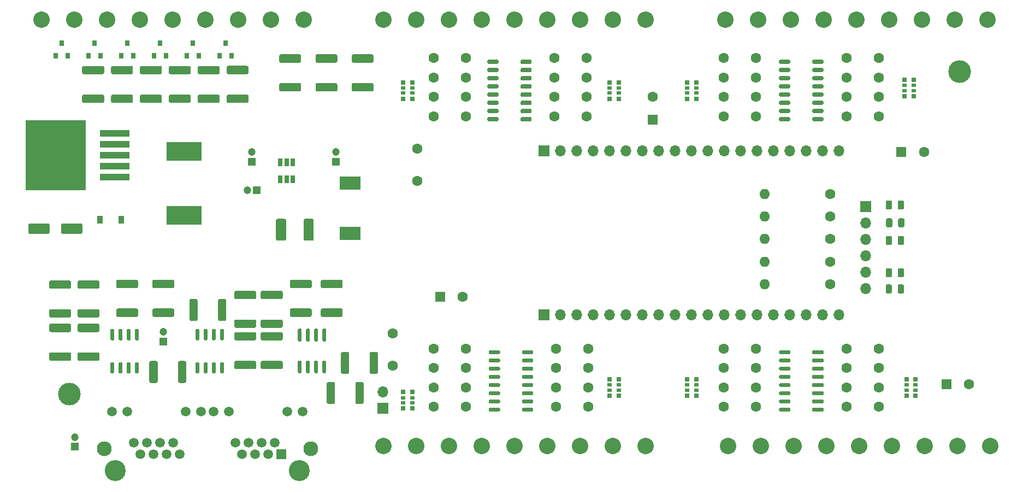
<source format=gts>
%TF.GenerationSoftware,KiCad,Pcbnew,(5.1.12)-1*%
%TF.CreationDate,2023-05-21T12:59:29+02:00*%
%TF.ProjectId,roomcontroller,726f6f6d-636f-46e7-9472-6f6c6c65722e,rev?*%
%TF.SameCoordinates,Original*%
%TF.FileFunction,Soldermask,Top*%
%TF.FilePolarity,Negative*%
%FSLAX46Y46*%
G04 Gerber Fmt 4.6, Leading zero omitted, Abs format (unit mm)*
G04 Created by KiCad (PCBNEW (5.1.12)-1) date 2023-05-21 12:59:29*
%MOMM*%
%LPD*%
G01*
G04 APERTURE LIST*
%ADD10O,1.600000X1.600000*%
%ADD11C,1.600000*%
%ADD12O,1.700000X1.700000*%
%ADD13R,1.700000X1.700000*%
%ADD14R,0.700000X0.640000*%
%ADD15R,0.700000X0.500000*%
%ADD16R,1.600000X1.600000*%
%ADD17C,2.540000*%
%ADD18C,3.500000*%
%ADD19C,1.200000*%
%ADD20R,1.200000X1.200000*%
%ADD21R,5.400000X2.900000*%
%ADD22R,3.200000X2.000000*%
%ADD23R,0.650000X1.220000*%
%ADD24R,0.800000X0.900000*%
%ADD25R,9.400000X10.800000*%
%ADD26R,4.600000X1.100000*%
%ADD27C,1.500000*%
%ADD28C,2.300000*%
%ADD29C,3.250000*%
%ADD30R,1.500000X1.500000*%
%ADD31R,0.900000X1.200000*%
G04 APERTURE END LIST*
D10*
%TO.C,R35*%
X141740000Y-62400000D03*
D11*
X151900000Y-62400000D03*
%TD*%
D10*
%TO.C,R4*%
X141740000Y-65900000D03*
D11*
X151900000Y-65900000D03*
%TD*%
D10*
%TO.C,R3*%
X141740000Y-69400000D03*
D11*
X151900000Y-69400000D03*
%TD*%
D10*
%TO.C,R2*%
X141740000Y-72900000D03*
D11*
X151900000Y-72900000D03*
%TD*%
D10*
%TO.C,R1*%
X141740000Y-76400000D03*
D11*
X151900000Y-76400000D03*
%TD*%
D12*
%TO.C,J7*%
X157400000Y-77100000D03*
X157400000Y-74560000D03*
X157400000Y-72020000D03*
X157400000Y-69480000D03*
X157400000Y-66940000D03*
D13*
X157400000Y-64400000D03*
%TD*%
%TO.C,D6*%
G36*
G01*
X161450000Y-63693750D02*
X161450000Y-64606250D01*
G75*
G02*
X161206250Y-64850000I-243750J0D01*
G01*
X160718750Y-64850000D01*
G75*
G02*
X160475000Y-64606250I0J243750D01*
G01*
X160475000Y-63693750D01*
G75*
G02*
X160718750Y-63450000I243750J0D01*
G01*
X161206250Y-63450000D01*
G75*
G02*
X161450000Y-63693750I0J-243750D01*
G01*
G37*
G36*
G01*
X163325000Y-63693750D02*
X163325000Y-64606250D01*
G75*
G02*
X163081250Y-64850000I-243750J0D01*
G01*
X162593750Y-64850000D01*
G75*
G02*
X162350000Y-64606250I0J243750D01*
G01*
X162350000Y-63693750D01*
G75*
G02*
X162593750Y-63450000I243750J0D01*
G01*
X163081250Y-63450000D01*
G75*
G02*
X163325000Y-63693750I0J-243750D01*
G01*
G37*
%TD*%
%TO.C,D5*%
G36*
G01*
X161512500Y-66443750D02*
X161512500Y-67356250D01*
G75*
G02*
X161268750Y-67600000I-243750J0D01*
G01*
X160781250Y-67600000D01*
G75*
G02*
X160537500Y-67356250I0J243750D01*
G01*
X160537500Y-66443750D01*
G75*
G02*
X160781250Y-66200000I243750J0D01*
G01*
X161268750Y-66200000D01*
G75*
G02*
X161512500Y-66443750I0J-243750D01*
G01*
G37*
G36*
G01*
X163387500Y-66443750D02*
X163387500Y-67356250D01*
G75*
G02*
X163143750Y-67600000I-243750J0D01*
G01*
X162656250Y-67600000D01*
G75*
G02*
X162412500Y-67356250I0J243750D01*
G01*
X162412500Y-66443750D01*
G75*
G02*
X162656250Y-66200000I243750J0D01*
G01*
X163143750Y-66200000D01*
G75*
G02*
X163387500Y-66443750I0J-243750D01*
G01*
G37*
%TD*%
%TO.C,D4*%
G36*
G01*
X161450000Y-69193750D02*
X161450000Y-70106250D01*
G75*
G02*
X161206250Y-70350000I-243750J0D01*
G01*
X160718750Y-70350000D01*
G75*
G02*
X160475000Y-70106250I0J243750D01*
G01*
X160475000Y-69193750D01*
G75*
G02*
X160718750Y-68950000I243750J0D01*
G01*
X161206250Y-68950000D01*
G75*
G02*
X161450000Y-69193750I0J-243750D01*
G01*
G37*
G36*
G01*
X163325000Y-69193750D02*
X163325000Y-70106250D01*
G75*
G02*
X163081250Y-70350000I-243750J0D01*
G01*
X162593750Y-70350000D01*
G75*
G02*
X162350000Y-70106250I0J243750D01*
G01*
X162350000Y-69193750D01*
G75*
G02*
X162593750Y-68950000I243750J0D01*
G01*
X163081250Y-68950000D01*
G75*
G02*
X163325000Y-69193750I0J-243750D01*
G01*
G37*
%TD*%
%TO.C,D3*%
G36*
G01*
X161450000Y-74193750D02*
X161450000Y-75106250D01*
G75*
G02*
X161206250Y-75350000I-243750J0D01*
G01*
X160718750Y-75350000D01*
G75*
G02*
X160475000Y-75106250I0J243750D01*
G01*
X160475000Y-74193750D01*
G75*
G02*
X160718750Y-73950000I243750J0D01*
G01*
X161206250Y-73950000D01*
G75*
G02*
X161450000Y-74193750I0J-243750D01*
G01*
G37*
G36*
G01*
X163325000Y-74193750D02*
X163325000Y-75106250D01*
G75*
G02*
X163081250Y-75350000I-243750J0D01*
G01*
X162593750Y-75350000D01*
G75*
G02*
X162350000Y-75106250I0J243750D01*
G01*
X162350000Y-74193750D01*
G75*
G02*
X162593750Y-73950000I243750J0D01*
G01*
X163081250Y-73950000D01*
G75*
G02*
X163325000Y-74193750I0J-243750D01*
G01*
G37*
%TD*%
%TO.C,D2*%
G36*
G01*
X161450000Y-76693750D02*
X161450000Y-77606250D01*
G75*
G02*
X161206250Y-77850000I-243750J0D01*
G01*
X160718750Y-77850000D01*
G75*
G02*
X160475000Y-77606250I0J243750D01*
G01*
X160475000Y-76693750D01*
G75*
G02*
X160718750Y-76450000I243750J0D01*
G01*
X161206250Y-76450000D01*
G75*
G02*
X161450000Y-76693750I0J-243750D01*
G01*
G37*
G36*
G01*
X163325000Y-76693750D02*
X163325000Y-77606250D01*
G75*
G02*
X163081250Y-77850000I-243750J0D01*
G01*
X162593750Y-77850000D01*
G75*
G02*
X162350000Y-77606250I0J243750D01*
G01*
X162350000Y-76693750D01*
G75*
G02*
X162593750Y-76450000I243750J0D01*
G01*
X163081250Y-76450000D01*
G75*
G02*
X163325000Y-76693750I0J-243750D01*
G01*
G37*
%TD*%
%TO.C,U4*%
G36*
G01*
X149100000Y-42105000D02*
X149100000Y-41805000D01*
G75*
G02*
X149250000Y-41655000I150000J0D01*
G01*
X150700000Y-41655000D01*
G75*
G02*
X150850000Y-41805000I0J-150000D01*
G01*
X150850000Y-42105000D01*
G75*
G02*
X150700000Y-42255000I-150000J0D01*
G01*
X149250000Y-42255000D01*
G75*
G02*
X149100000Y-42105000I0J150000D01*
G01*
G37*
G36*
G01*
X149100000Y-43375000D02*
X149100000Y-43075000D01*
G75*
G02*
X149250000Y-42925000I150000J0D01*
G01*
X150700000Y-42925000D01*
G75*
G02*
X150850000Y-43075000I0J-150000D01*
G01*
X150850000Y-43375000D01*
G75*
G02*
X150700000Y-43525000I-150000J0D01*
G01*
X149250000Y-43525000D01*
G75*
G02*
X149100000Y-43375000I0J150000D01*
G01*
G37*
G36*
G01*
X149100000Y-44645000D02*
X149100000Y-44345000D01*
G75*
G02*
X149250000Y-44195000I150000J0D01*
G01*
X150700000Y-44195000D01*
G75*
G02*
X150850000Y-44345000I0J-150000D01*
G01*
X150850000Y-44645000D01*
G75*
G02*
X150700000Y-44795000I-150000J0D01*
G01*
X149250000Y-44795000D01*
G75*
G02*
X149100000Y-44645000I0J150000D01*
G01*
G37*
G36*
G01*
X149100000Y-45915000D02*
X149100000Y-45615000D01*
G75*
G02*
X149250000Y-45465000I150000J0D01*
G01*
X150700000Y-45465000D01*
G75*
G02*
X150850000Y-45615000I0J-150000D01*
G01*
X150850000Y-45915000D01*
G75*
G02*
X150700000Y-46065000I-150000J0D01*
G01*
X149250000Y-46065000D01*
G75*
G02*
X149100000Y-45915000I0J150000D01*
G01*
G37*
G36*
G01*
X149100000Y-47185000D02*
X149100000Y-46885000D01*
G75*
G02*
X149250000Y-46735000I150000J0D01*
G01*
X150700000Y-46735000D01*
G75*
G02*
X150850000Y-46885000I0J-150000D01*
G01*
X150850000Y-47185000D01*
G75*
G02*
X150700000Y-47335000I-150000J0D01*
G01*
X149250000Y-47335000D01*
G75*
G02*
X149100000Y-47185000I0J150000D01*
G01*
G37*
G36*
G01*
X149100000Y-48455000D02*
X149100000Y-48155000D01*
G75*
G02*
X149250000Y-48005000I150000J0D01*
G01*
X150700000Y-48005000D01*
G75*
G02*
X150850000Y-48155000I0J-150000D01*
G01*
X150850000Y-48455000D01*
G75*
G02*
X150700000Y-48605000I-150000J0D01*
G01*
X149250000Y-48605000D01*
G75*
G02*
X149100000Y-48455000I0J150000D01*
G01*
G37*
G36*
G01*
X149100000Y-49725000D02*
X149100000Y-49425000D01*
G75*
G02*
X149250000Y-49275000I150000J0D01*
G01*
X150700000Y-49275000D01*
G75*
G02*
X150850000Y-49425000I0J-150000D01*
G01*
X150850000Y-49725000D01*
G75*
G02*
X150700000Y-49875000I-150000J0D01*
G01*
X149250000Y-49875000D01*
G75*
G02*
X149100000Y-49725000I0J150000D01*
G01*
G37*
G36*
G01*
X149100000Y-50995000D02*
X149100000Y-50695000D01*
G75*
G02*
X149250000Y-50545000I150000J0D01*
G01*
X150700000Y-50545000D01*
G75*
G02*
X150850000Y-50695000I0J-150000D01*
G01*
X150850000Y-50995000D01*
G75*
G02*
X150700000Y-51145000I-150000J0D01*
G01*
X149250000Y-51145000D01*
G75*
G02*
X149100000Y-50995000I0J150000D01*
G01*
G37*
G36*
G01*
X143950000Y-50995000D02*
X143950000Y-50695000D01*
G75*
G02*
X144100000Y-50545000I150000J0D01*
G01*
X145550000Y-50545000D01*
G75*
G02*
X145700000Y-50695000I0J-150000D01*
G01*
X145700000Y-50995000D01*
G75*
G02*
X145550000Y-51145000I-150000J0D01*
G01*
X144100000Y-51145000D01*
G75*
G02*
X143950000Y-50995000I0J150000D01*
G01*
G37*
G36*
G01*
X143950000Y-49725000D02*
X143950000Y-49425000D01*
G75*
G02*
X144100000Y-49275000I150000J0D01*
G01*
X145550000Y-49275000D01*
G75*
G02*
X145700000Y-49425000I0J-150000D01*
G01*
X145700000Y-49725000D01*
G75*
G02*
X145550000Y-49875000I-150000J0D01*
G01*
X144100000Y-49875000D01*
G75*
G02*
X143950000Y-49725000I0J150000D01*
G01*
G37*
G36*
G01*
X143950000Y-48455000D02*
X143950000Y-48155000D01*
G75*
G02*
X144100000Y-48005000I150000J0D01*
G01*
X145550000Y-48005000D01*
G75*
G02*
X145700000Y-48155000I0J-150000D01*
G01*
X145700000Y-48455000D01*
G75*
G02*
X145550000Y-48605000I-150000J0D01*
G01*
X144100000Y-48605000D01*
G75*
G02*
X143950000Y-48455000I0J150000D01*
G01*
G37*
G36*
G01*
X143950000Y-47185000D02*
X143950000Y-46885000D01*
G75*
G02*
X144100000Y-46735000I150000J0D01*
G01*
X145550000Y-46735000D01*
G75*
G02*
X145700000Y-46885000I0J-150000D01*
G01*
X145700000Y-47185000D01*
G75*
G02*
X145550000Y-47335000I-150000J0D01*
G01*
X144100000Y-47335000D01*
G75*
G02*
X143950000Y-47185000I0J150000D01*
G01*
G37*
G36*
G01*
X143950000Y-45915000D02*
X143950000Y-45615000D01*
G75*
G02*
X144100000Y-45465000I150000J0D01*
G01*
X145550000Y-45465000D01*
G75*
G02*
X145700000Y-45615000I0J-150000D01*
G01*
X145700000Y-45915000D01*
G75*
G02*
X145550000Y-46065000I-150000J0D01*
G01*
X144100000Y-46065000D01*
G75*
G02*
X143950000Y-45915000I0J150000D01*
G01*
G37*
G36*
G01*
X143950000Y-44645000D02*
X143950000Y-44345000D01*
G75*
G02*
X144100000Y-44195000I150000J0D01*
G01*
X145550000Y-44195000D01*
G75*
G02*
X145700000Y-44345000I0J-150000D01*
G01*
X145700000Y-44645000D01*
G75*
G02*
X145550000Y-44795000I-150000J0D01*
G01*
X144100000Y-44795000D01*
G75*
G02*
X143950000Y-44645000I0J150000D01*
G01*
G37*
G36*
G01*
X143950000Y-43375000D02*
X143950000Y-43075000D01*
G75*
G02*
X144100000Y-42925000I150000J0D01*
G01*
X145550000Y-42925000D01*
G75*
G02*
X145700000Y-43075000I0J-150000D01*
G01*
X145700000Y-43375000D01*
G75*
G02*
X145550000Y-43525000I-150000J0D01*
G01*
X144100000Y-43525000D01*
G75*
G02*
X143950000Y-43375000I0J150000D01*
G01*
G37*
G36*
G01*
X143950000Y-42105000D02*
X143950000Y-41805000D01*
G75*
G02*
X144100000Y-41655000I150000J0D01*
G01*
X145550000Y-41655000D01*
G75*
G02*
X145700000Y-41805000I0J-150000D01*
G01*
X145700000Y-42105000D01*
G75*
G02*
X145550000Y-42255000I-150000J0D01*
G01*
X144100000Y-42255000D01*
G75*
G02*
X143950000Y-42105000I0J150000D01*
G01*
G37*
%TD*%
D14*
%TO.C,RN8*%
X129700000Y-45130000D03*
D15*
X129700000Y-46800000D03*
X129700000Y-46000000D03*
D14*
X129700000Y-47670000D03*
D15*
X131100000Y-46000000D03*
D14*
X131100000Y-45130000D03*
D15*
X131100000Y-46800000D03*
D14*
X131100000Y-47670000D03*
%TD*%
%TO.C,RN7*%
X163400000Y-44730000D03*
D15*
X163400000Y-46400000D03*
X163400000Y-45600000D03*
D14*
X163400000Y-47270000D03*
D15*
X164800000Y-45600000D03*
D14*
X164800000Y-44730000D03*
D15*
X164800000Y-46400000D03*
D14*
X164800000Y-47270000D03*
%TD*%
%TO.C,RN6*%
X119100000Y-93670000D03*
D15*
X119100000Y-92000000D03*
X119100000Y-92800000D03*
D14*
X119100000Y-91130000D03*
D15*
X117700000Y-92800000D03*
D14*
X117700000Y-93670000D03*
D15*
X117700000Y-92000000D03*
D14*
X117700000Y-91130000D03*
%TD*%
%TO.C,RN5*%
X87100000Y-95670000D03*
D15*
X87100000Y-94000000D03*
X87100000Y-94800000D03*
D14*
X87100000Y-93130000D03*
D15*
X85700000Y-94800000D03*
D14*
X85700000Y-95670000D03*
D15*
X85700000Y-94000000D03*
D14*
X85700000Y-93130000D03*
%TD*%
%TO.C,RN4*%
X165100000Y-93670000D03*
D15*
X165100000Y-92000000D03*
X165100000Y-92800000D03*
D14*
X165100000Y-91130000D03*
D15*
X163700000Y-92800000D03*
D14*
X163700000Y-93670000D03*
D15*
X163700000Y-92000000D03*
D14*
X163700000Y-91130000D03*
%TD*%
%TO.C,RN3*%
X131100000Y-93670000D03*
D15*
X131100000Y-92000000D03*
X131100000Y-92800000D03*
D14*
X131100000Y-91130000D03*
D15*
X129700000Y-92800000D03*
D14*
X129700000Y-93670000D03*
D15*
X129700000Y-92000000D03*
D14*
X129700000Y-91130000D03*
%TD*%
%TO.C,RN2*%
X85700000Y-45130000D03*
D15*
X85700000Y-46800000D03*
X85700000Y-46000000D03*
D14*
X85700000Y-47670000D03*
D15*
X87100000Y-46000000D03*
D14*
X87100000Y-45130000D03*
D15*
X87100000Y-46800000D03*
D14*
X87100000Y-47670000D03*
%TD*%
%TO.C,RN1*%
X117700000Y-45130000D03*
D15*
X117700000Y-46800000D03*
X117700000Y-46000000D03*
D14*
X117700000Y-47670000D03*
D15*
X119100000Y-46000000D03*
D14*
X119100000Y-45130000D03*
D15*
X119100000Y-46800000D03*
D14*
X119100000Y-47670000D03*
%TD*%
D11*
%TO.C,C43*%
X140400000Y-47400000D03*
X135400000Y-47400000D03*
%TD*%
%TO.C,C42*%
X109400000Y-89400000D03*
X114400000Y-89400000D03*
%TD*%
%TO.C,C41*%
X140400000Y-44400000D03*
X135400000Y-44400000D03*
%TD*%
%TO.C,C40*%
X109400000Y-92400000D03*
X114400000Y-92400000D03*
%TD*%
%TO.C,C39*%
X140400000Y-50400000D03*
X135400000Y-50400000D03*
%TD*%
%TO.C,C38*%
X109400000Y-86400000D03*
X114400000Y-86400000D03*
%TD*%
%TO.C,C37*%
X140400000Y-41400000D03*
X135400000Y-41400000D03*
%TD*%
%TO.C,C36*%
X109400000Y-95400000D03*
X114400000Y-95400000D03*
%TD*%
%TO.C,C35*%
X159400000Y-50400000D03*
X154400000Y-50400000D03*
%TD*%
%TO.C,C34*%
X154400000Y-47400000D03*
X159400000Y-47400000D03*
%TD*%
%TO.C,C33*%
X90400000Y-86400000D03*
X95400000Y-86400000D03*
%TD*%
%TO.C,C32*%
X95400000Y-89400000D03*
X90400000Y-89400000D03*
%TD*%
%TO.C,C31*%
X159400000Y-41400000D03*
X154400000Y-41400000D03*
%TD*%
%TO.C,C30*%
X154400000Y-44400000D03*
X159400000Y-44400000D03*
%TD*%
%TO.C,C29*%
X90400000Y-95400000D03*
X95400000Y-95400000D03*
%TD*%
%TO.C,C28*%
X95400000Y-92400000D03*
X90400000Y-92400000D03*
%TD*%
%TO.C,C26*%
X154400000Y-89400000D03*
X159400000Y-89400000D03*
%TD*%
%TO.C,C25*%
X95400000Y-47400000D03*
X90400000Y-47400000D03*
%TD*%
%TO.C,C24*%
X154400000Y-92400000D03*
X159400000Y-92400000D03*
%TD*%
%TO.C,C23*%
X95400000Y-44400000D03*
X90400000Y-44400000D03*
%TD*%
%TO.C,C22*%
X154400000Y-86400000D03*
X159400000Y-86400000D03*
%TD*%
%TO.C,C21*%
X95400000Y-50400000D03*
X90400000Y-50400000D03*
%TD*%
%TO.C,C20*%
X154400000Y-95400000D03*
X159400000Y-95400000D03*
%TD*%
%TO.C,C19*%
X95400000Y-41400000D03*
X90400000Y-41400000D03*
%TD*%
%TO.C,C18*%
X135400000Y-86400000D03*
X140400000Y-86400000D03*
%TD*%
%TO.C,C16*%
X140400000Y-89400000D03*
X135400000Y-89400000D03*
%TD*%
%TO.C,C15*%
X114150000Y-50400000D03*
X109150000Y-50400000D03*
%TD*%
%TO.C,C14*%
X109150000Y-47400000D03*
X114150000Y-47400000D03*
%TD*%
%TO.C,C10*%
X135400000Y-95400000D03*
X140400000Y-95400000D03*
%TD*%
%TO.C,C9*%
X140400000Y-92400000D03*
X135400000Y-92400000D03*
%TD*%
%TO.C,C8*%
X114150000Y-41400000D03*
X109150000Y-41400000D03*
%TD*%
%TO.C,C7*%
X109150000Y-44400000D03*
X114150000Y-44400000D03*
%TD*%
%TO.C,U3*%
G36*
G01*
X100700000Y-95695000D02*
X100700000Y-95995000D01*
G75*
G02*
X100550000Y-96145000I-150000J0D01*
G01*
X99100000Y-96145000D01*
G75*
G02*
X98950000Y-95995000I0J150000D01*
G01*
X98950000Y-95695000D01*
G75*
G02*
X99100000Y-95545000I150000J0D01*
G01*
X100550000Y-95545000D01*
G75*
G02*
X100700000Y-95695000I0J-150000D01*
G01*
G37*
G36*
G01*
X100700000Y-94425000D02*
X100700000Y-94725000D01*
G75*
G02*
X100550000Y-94875000I-150000J0D01*
G01*
X99100000Y-94875000D01*
G75*
G02*
X98950000Y-94725000I0J150000D01*
G01*
X98950000Y-94425000D01*
G75*
G02*
X99100000Y-94275000I150000J0D01*
G01*
X100550000Y-94275000D01*
G75*
G02*
X100700000Y-94425000I0J-150000D01*
G01*
G37*
G36*
G01*
X100700000Y-93155000D02*
X100700000Y-93455000D01*
G75*
G02*
X100550000Y-93605000I-150000J0D01*
G01*
X99100000Y-93605000D01*
G75*
G02*
X98950000Y-93455000I0J150000D01*
G01*
X98950000Y-93155000D01*
G75*
G02*
X99100000Y-93005000I150000J0D01*
G01*
X100550000Y-93005000D01*
G75*
G02*
X100700000Y-93155000I0J-150000D01*
G01*
G37*
G36*
G01*
X100700000Y-91885000D02*
X100700000Y-92185000D01*
G75*
G02*
X100550000Y-92335000I-150000J0D01*
G01*
X99100000Y-92335000D01*
G75*
G02*
X98950000Y-92185000I0J150000D01*
G01*
X98950000Y-91885000D01*
G75*
G02*
X99100000Y-91735000I150000J0D01*
G01*
X100550000Y-91735000D01*
G75*
G02*
X100700000Y-91885000I0J-150000D01*
G01*
G37*
G36*
G01*
X100700000Y-90615000D02*
X100700000Y-90915000D01*
G75*
G02*
X100550000Y-91065000I-150000J0D01*
G01*
X99100000Y-91065000D01*
G75*
G02*
X98950000Y-90915000I0J150000D01*
G01*
X98950000Y-90615000D01*
G75*
G02*
X99100000Y-90465000I150000J0D01*
G01*
X100550000Y-90465000D01*
G75*
G02*
X100700000Y-90615000I0J-150000D01*
G01*
G37*
G36*
G01*
X100700000Y-89345000D02*
X100700000Y-89645000D01*
G75*
G02*
X100550000Y-89795000I-150000J0D01*
G01*
X99100000Y-89795000D01*
G75*
G02*
X98950000Y-89645000I0J150000D01*
G01*
X98950000Y-89345000D01*
G75*
G02*
X99100000Y-89195000I150000J0D01*
G01*
X100550000Y-89195000D01*
G75*
G02*
X100700000Y-89345000I0J-150000D01*
G01*
G37*
G36*
G01*
X100700000Y-88075000D02*
X100700000Y-88375000D01*
G75*
G02*
X100550000Y-88525000I-150000J0D01*
G01*
X99100000Y-88525000D01*
G75*
G02*
X98950000Y-88375000I0J150000D01*
G01*
X98950000Y-88075000D01*
G75*
G02*
X99100000Y-87925000I150000J0D01*
G01*
X100550000Y-87925000D01*
G75*
G02*
X100700000Y-88075000I0J-150000D01*
G01*
G37*
G36*
G01*
X100700000Y-86805000D02*
X100700000Y-87105000D01*
G75*
G02*
X100550000Y-87255000I-150000J0D01*
G01*
X99100000Y-87255000D01*
G75*
G02*
X98950000Y-87105000I0J150000D01*
G01*
X98950000Y-86805000D01*
G75*
G02*
X99100000Y-86655000I150000J0D01*
G01*
X100550000Y-86655000D01*
G75*
G02*
X100700000Y-86805000I0J-150000D01*
G01*
G37*
G36*
G01*
X105850000Y-86805000D02*
X105850000Y-87105000D01*
G75*
G02*
X105700000Y-87255000I-150000J0D01*
G01*
X104250000Y-87255000D01*
G75*
G02*
X104100000Y-87105000I0J150000D01*
G01*
X104100000Y-86805000D01*
G75*
G02*
X104250000Y-86655000I150000J0D01*
G01*
X105700000Y-86655000D01*
G75*
G02*
X105850000Y-86805000I0J-150000D01*
G01*
G37*
G36*
G01*
X105850000Y-88075000D02*
X105850000Y-88375000D01*
G75*
G02*
X105700000Y-88525000I-150000J0D01*
G01*
X104250000Y-88525000D01*
G75*
G02*
X104100000Y-88375000I0J150000D01*
G01*
X104100000Y-88075000D01*
G75*
G02*
X104250000Y-87925000I150000J0D01*
G01*
X105700000Y-87925000D01*
G75*
G02*
X105850000Y-88075000I0J-150000D01*
G01*
G37*
G36*
G01*
X105850000Y-89345000D02*
X105850000Y-89645000D01*
G75*
G02*
X105700000Y-89795000I-150000J0D01*
G01*
X104250000Y-89795000D01*
G75*
G02*
X104100000Y-89645000I0J150000D01*
G01*
X104100000Y-89345000D01*
G75*
G02*
X104250000Y-89195000I150000J0D01*
G01*
X105700000Y-89195000D01*
G75*
G02*
X105850000Y-89345000I0J-150000D01*
G01*
G37*
G36*
G01*
X105850000Y-90615000D02*
X105850000Y-90915000D01*
G75*
G02*
X105700000Y-91065000I-150000J0D01*
G01*
X104250000Y-91065000D01*
G75*
G02*
X104100000Y-90915000I0J150000D01*
G01*
X104100000Y-90615000D01*
G75*
G02*
X104250000Y-90465000I150000J0D01*
G01*
X105700000Y-90465000D01*
G75*
G02*
X105850000Y-90615000I0J-150000D01*
G01*
G37*
G36*
G01*
X105850000Y-91885000D02*
X105850000Y-92185000D01*
G75*
G02*
X105700000Y-92335000I-150000J0D01*
G01*
X104250000Y-92335000D01*
G75*
G02*
X104100000Y-92185000I0J150000D01*
G01*
X104100000Y-91885000D01*
G75*
G02*
X104250000Y-91735000I150000J0D01*
G01*
X105700000Y-91735000D01*
G75*
G02*
X105850000Y-91885000I0J-150000D01*
G01*
G37*
G36*
G01*
X105850000Y-93155000D02*
X105850000Y-93455000D01*
G75*
G02*
X105700000Y-93605000I-150000J0D01*
G01*
X104250000Y-93605000D01*
G75*
G02*
X104100000Y-93455000I0J150000D01*
G01*
X104100000Y-93155000D01*
G75*
G02*
X104250000Y-93005000I150000J0D01*
G01*
X105700000Y-93005000D01*
G75*
G02*
X105850000Y-93155000I0J-150000D01*
G01*
G37*
G36*
G01*
X105850000Y-94425000D02*
X105850000Y-94725000D01*
G75*
G02*
X105700000Y-94875000I-150000J0D01*
G01*
X104250000Y-94875000D01*
G75*
G02*
X104100000Y-94725000I0J150000D01*
G01*
X104100000Y-94425000D01*
G75*
G02*
X104250000Y-94275000I150000J0D01*
G01*
X105700000Y-94275000D01*
G75*
G02*
X105850000Y-94425000I0J-150000D01*
G01*
G37*
G36*
G01*
X105850000Y-95695000D02*
X105850000Y-95995000D01*
G75*
G02*
X105700000Y-96145000I-150000J0D01*
G01*
X104250000Y-96145000D01*
G75*
G02*
X104100000Y-95995000I0J150000D01*
G01*
X104100000Y-95695000D01*
G75*
G02*
X104250000Y-95545000I150000J0D01*
G01*
X105700000Y-95545000D01*
G75*
G02*
X105850000Y-95695000I0J-150000D01*
G01*
G37*
%TD*%
%TO.C,U2*%
G36*
G01*
X145700000Y-95695000D02*
X145700000Y-95995000D01*
G75*
G02*
X145550000Y-96145000I-150000J0D01*
G01*
X144100000Y-96145000D01*
G75*
G02*
X143950000Y-95995000I0J150000D01*
G01*
X143950000Y-95695000D01*
G75*
G02*
X144100000Y-95545000I150000J0D01*
G01*
X145550000Y-95545000D01*
G75*
G02*
X145700000Y-95695000I0J-150000D01*
G01*
G37*
G36*
G01*
X145700000Y-94425000D02*
X145700000Y-94725000D01*
G75*
G02*
X145550000Y-94875000I-150000J0D01*
G01*
X144100000Y-94875000D01*
G75*
G02*
X143950000Y-94725000I0J150000D01*
G01*
X143950000Y-94425000D01*
G75*
G02*
X144100000Y-94275000I150000J0D01*
G01*
X145550000Y-94275000D01*
G75*
G02*
X145700000Y-94425000I0J-150000D01*
G01*
G37*
G36*
G01*
X145700000Y-93155000D02*
X145700000Y-93455000D01*
G75*
G02*
X145550000Y-93605000I-150000J0D01*
G01*
X144100000Y-93605000D01*
G75*
G02*
X143950000Y-93455000I0J150000D01*
G01*
X143950000Y-93155000D01*
G75*
G02*
X144100000Y-93005000I150000J0D01*
G01*
X145550000Y-93005000D01*
G75*
G02*
X145700000Y-93155000I0J-150000D01*
G01*
G37*
G36*
G01*
X145700000Y-91885000D02*
X145700000Y-92185000D01*
G75*
G02*
X145550000Y-92335000I-150000J0D01*
G01*
X144100000Y-92335000D01*
G75*
G02*
X143950000Y-92185000I0J150000D01*
G01*
X143950000Y-91885000D01*
G75*
G02*
X144100000Y-91735000I150000J0D01*
G01*
X145550000Y-91735000D01*
G75*
G02*
X145700000Y-91885000I0J-150000D01*
G01*
G37*
G36*
G01*
X145700000Y-90615000D02*
X145700000Y-90915000D01*
G75*
G02*
X145550000Y-91065000I-150000J0D01*
G01*
X144100000Y-91065000D01*
G75*
G02*
X143950000Y-90915000I0J150000D01*
G01*
X143950000Y-90615000D01*
G75*
G02*
X144100000Y-90465000I150000J0D01*
G01*
X145550000Y-90465000D01*
G75*
G02*
X145700000Y-90615000I0J-150000D01*
G01*
G37*
G36*
G01*
X145700000Y-89345000D02*
X145700000Y-89645000D01*
G75*
G02*
X145550000Y-89795000I-150000J0D01*
G01*
X144100000Y-89795000D01*
G75*
G02*
X143950000Y-89645000I0J150000D01*
G01*
X143950000Y-89345000D01*
G75*
G02*
X144100000Y-89195000I150000J0D01*
G01*
X145550000Y-89195000D01*
G75*
G02*
X145700000Y-89345000I0J-150000D01*
G01*
G37*
G36*
G01*
X145700000Y-88075000D02*
X145700000Y-88375000D01*
G75*
G02*
X145550000Y-88525000I-150000J0D01*
G01*
X144100000Y-88525000D01*
G75*
G02*
X143950000Y-88375000I0J150000D01*
G01*
X143950000Y-88075000D01*
G75*
G02*
X144100000Y-87925000I150000J0D01*
G01*
X145550000Y-87925000D01*
G75*
G02*
X145700000Y-88075000I0J-150000D01*
G01*
G37*
G36*
G01*
X145700000Y-86805000D02*
X145700000Y-87105000D01*
G75*
G02*
X145550000Y-87255000I-150000J0D01*
G01*
X144100000Y-87255000D01*
G75*
G02*
X143950000Y-87105000I0J150000D01*
G01*
X143950000Y-86805000D01*
G75*
G02*
X144100000Y-86655000I150000J0D01*
G01*
X145550000Y-86655000D01*
G75*
G02*
X145700000Y-86805000I0J-150000D01*
G01*
G37*
G36*
G01*
X150850000Y-86805000D02*
X150850000Y-87105000D01*
G75*
G02*
X150700000Y-87255000I-150000J0D01*
G01*
X149250000Y-87255000D01*
G75*
G02*
X149100000Y-87105000I0J150000D01*
G01*
X149100000Y-86805000D01*
G75*
G02*
X149250000Y-86655000I150000J0D01*
G01*
X150700000Y-86655000D01*
G75*
G02*
X150850000Y-86805000I0J-150000D01*
G01*
G37*
G36*
G01*
X150850000Y-88075000D02*
X150850000Y-88375000D01*
G75*
G02*
X150700000Y-88525000I-150000J0D01*
G01*
X149250000Y-88525000D01*
G75*
G02*
X149100000Y-88375000I0J150000D01*
G01*
X149100000Y-88075000D01*
G75*
G02*
X149250000Y-87925000I150000J0D01*
G01*
X150700000Y-87925000D01*
G75*
G02*
X150850000Y-88075000I0J-150000D01*
G01*
G37*
G36*
G01*
X150850000Y-89345000D02*
X150850000Y-89645000D01*
G75*
G02*
X150700000Y-89795000I-150000J0D01*
G01*
X149250000Y-89795000D01*
G75*
G02*
X149100000Y-89645000I0J150000D01*
G01*
X149100000Y-89345000D01*
G75*
G02*
X149250000Y-89195000I150000J0D01*
G01*
X150700000Y-89195000D01*
G75*
G02*
X150850000Y-89345000I0J-150000D01*
G01*
G37*
G36*
G01*
X150850000Y-90615000D02*
X150850000Y-90915000D01*
G75*
G02*
X150700000Y-91065000I-150000J0D01*
G01*
X149250000Y-91065000D01*
G75*
G02*
X149100000Y-90915000I0J150000D01*
G01*
X149100000Y-90615000D01*
G75*
G02*
X149250000Y-90465000I150000J0D01*
G01*
X150700000Y-90465000D01*
G75*
G02*
X150850000Y-90615000I0J-150000D01*
G01*
G37*
G36*
G01*
X150850000Y-91885000D02*
X150850000Y-92185000D01*
G75*
G02*
X150700000Y-92335000I-150000J0D01*
G01*
X149250000Y-92335000D01*
G75*
G02*
X149100000Y-92185000I0J150000D01*
G01*
X149100000Y-91885000D01*
G75*
G02*
X149250000Y-91735000I150000J0D01*
G01*
X150700000Y-91735000D01*
G75*
G02*
X150850000Y-91885000I0J-150000D01*
G01*
G37*
G36*
G01*
X150850000Y-93155000D02*
X150850000Y-93455000D01*
G75*
G02*
X150700000Y-93605000I-150000J0D01*
G01*
X149250000Y-93605000D01*
G75*
G02*
X149100000Y-93455000I0J150000D01*
G01*
X149100000Y-93155000D01*
G75*
G02*
X149250000Y-93005000I150000J0D01*
G01*
X150700000Y-93005000D01*
G75*
G02*
X150850000Y-93155000I0J-150000D01*
G01*
G37*
G36*
G01*
X150850000Y-94425000D02*
X150850000Y-94725000D01*
G75*
G02*
X150700000Y-94875000I-150000J0D01*
G01*
X149250000Y-94875000D01*
G75*
G02*
X149100000Y-94725000I0J150000D01*
G01*
X149100000Y-94425000D01*
G75*
G02*
X149250000Y-94275000I150000J0D01*
G01*
X150700000Y-94275000D01*
G75*
G02*
X150850000Y-94425000I0J-150000D01*
G01*
G37*
G36*
G01*
X150850000Y-95695000D02*
X150850000Y-95995000D01*
G75*
G02*
X150700000Y-96145000I-150000J0D01*
G01*
X149250000Y-96145000D01*
G75*
G02*
X149100000Y-95995000I0J150000D01*
G01*
X149100000Y-95695000D01*
G75*
G02*
X149250000Y-95545000I150000J0D01*
G01*
X150700000Y-95545000D01*
G75*
G02*
X150850000Y-95695000I0J-150000D01*
G01*
G37*
%TD*%
%TO.C,U1*%
G36*
G01*
X103850000Y-42105000D02*
X103850000Y-41805000D01*
G75*
G02*
X104000000Y-41655000I150000J0D01*
G01*
X105450000Y-41655000D01*
G75*
G02*
X105600000Y-41805000I0J-150000D01*
G01*
X105600000Y-42105000D01*
G75*
G02*
X105450000Y-42255000I-150000J0D01*
G01*
X104000000Y-42255000D01*
G75*
G02*
X103850000Y-42105000I0J150000D01*
G01*
G37*
G36*
G01*
X103850000Y-43375000D02*
X103850000Y-43075000D01*
G75*
G02*
X104000000Y-42925000I150000J0D01*
G01*
X105450000Y-42925000D01*
G75*
G02*
X105600000Y-43075000I0J-150000D01*
G01*
X105600000Y-43375000D01*
G75*
G02*
X105450000Y-43525000I-150000J0D01*
G01*
X104000000Y-43525000D01*
G75*
G02*
X103850000Y-43375000I0J150000D01*
G01*
G37*
G36*
G01*
X103850000Y-44645000D02*
X103850000Y-44345000D01*
G75*
G02*
X104000000Y-44195000I150000J0D01*
G01*
X105450000Y-44195000D01*
G75*
G02*
X105600000Y-44345000I0J-150000D01*
G01*
X105600000Y-44645000D01*
G75*
G02*
X105450000Y-44795000I-150000J0D01*
G01*
X104000000Y-44795000D01*
G75*
G02*
X103850000Y-44645000I0J150000D01*
G01*
G37*
G36*
G01*
X103850000Y-45915000D02*
X103850000Y-45615000D01*
G75*
G02*
X104000000Y-45465000I150000J0D01*
G01*
X105450000Y-45465000D01*
G75*
G02*
X105600000Y-45615000I0J-150000D01*
G01*
X105600000Y-45915000D01*
G75*
G02*
X105450000Y-46065000I-150000J0D01*
G01*
X104000000Y-46065000D01*
G75*
G02*
X103850000Y-45915000I0J150000D01*
G01*
G37*
G36*
G01*
X103850000Y-47185000D02*
X103850000Y-46885000D01*
G75*
G02*
X104000000Y-46735000I150000J0D01*
G01*
X105450000Y-46735000D01*
G75*
G02*
X105600000Y-46885000I0J-150000D01*
G01*
X105600000Y-47185000D01*
G75*
G02*
X105450000Y-47335000I-150000J0D01*
G01*
X104000000Y-47335000D01*
G75*
G02*
X103850000Y-47185000I0J150000D01*
G01*
G37*
G36*
G01*
X103850000Y-48455000D02*
X103850000Y-48155000D01*
G75*
G02*
X104000000Y-48005000I150000J0D01*
G01*
X105450000Y-48005000D01*
G75*
G02*
X105600000Y-48155000I0J-150000D01*
G01*
X105600000Y-48455000D01*
G75*
G02*
X105450000Y-48605000I-150000J0D01*
G01*
X104000000Y-48605000D01*
G75*
G02*
X103850000Y-48455000I0J150000D01*
G01*
G37*
G36*
G01*
X103850000Y-49725000D02*
X103850000Y-49425000D01*
G75*
G02*
X104000000Y-49275000I150000J0D01*
G01*
X105450000Y-49275000D01*
G75*
G02*
X105600000Y-49425000I0J-150000D01*
G01*
X105600000Y-49725000D01*
G75*
G02*
X105450000Y-49875000I-150000J0D01*
G01*
X104000000Y-49875000D01*
G75*
G02*
X103850000Y-49725000I0J150000D01*
G01*
G37*
G36*
G01*
X103850000Y-50995000D02*
X103850000Y-50695000D01*
G75*
G02*
X104000000Y-50545000I150000J0D01*
G01*
X105450000Y-50545000D01*
G75*
G02*
X105600000Y-50695000I0J-150000D01*
G01*
X105600000Y-50995000D01*
G75*
G02*
X105450000Y-51145000I-150000J0D01*
G01*
X104000000Y-51145000D01*
G75*
G02*
X103850000Y-50995000I0J150000D01*
G01*
G37*
G36*
G01*
X98700000Y-50995000D02*
X98700000Y-50695000D01*
G75*
G02*
X98850000Y-50545000I150000J0D01*
G01*
X100300000Y-50545000D01*
G75*
G02*
X100450000Y-50695000I0J-150000D01*
G01*
X100450000Y-50995000D01*
G75*
G02*
X100300000Y-51145000I-150000J0D01*
G01*
X98850000Y-51145000D01*
G75*
G02*
X98700000Y-50995000I0J150000D01*
G01*
G37*
G36*
G01*
X98700000Y-49725000D02*
X98700000Y-49425000D01*
G75*
G02*
X98850000Y-49275000I150000J0D01*
G01*
X100300000Y-49275000D01*
G75*
G02*
X100450000Y-49425000I0J-150000D01*
G01*
X100450000Y-49725000D01*
G75*
G02*
X100300000Y-49875000I-150000J0D01*
G01*
X98850000Y-49875000D01*
G75*
G02*
X98700000Y-49725000I0J150000D01*
G01*
G37*
G36*
G01*
X98700000Y-48455000D02*
X98700000Y-48155000D01*
G75*
G02*
X98850000Y-48005000I150000J0D01*
G01*
X100300000Y-48005000D01*
G75*
G02*
X100450000Y-48155000I0J-150000D01*
G01*
X100450000Y-48455000D01*
G75*
G02*
X100300000Y-48605000I-150000J0D01*
G01*
X98850000Y-48605000D01*
G75*
G02*
X98700000Y-48455000I0J150000D01*
G01*
G37*
G36*
G01*
X98700000Y-47185000D02*
X98700000Y-46885000D01*
G75*
G02*
X98850000Y-46735000I150000J0D01*
G01*
X100300000Y-46735000D01*
G75*
G02*
X100450000Y-46885000I0J-150000D01*
G01*
X100450000Y-47185000D01*
G75*
G02*
X100300000Y-47335000I-150000J0D01*
G01*
X98850000Y-47335000D01*
G75*
G02*
X98700000Y-47185000I0J150000D01*
G01*
G37*
G36*
G01*
X98700000Y-45915000D02*
X98700000Y-45615000D01*
G75*
G02*
X98850000Y-45465000I150000J0D01*
G01*
X100300000Y-45465000D01*
G75*
G02*
X100450000Y-45615000I0J-150000D01*
G01*
X100450000Y-45915000D01*
G75*
G02*
X100300000Y-46065000I-150000J0D01*
G01*
X98850000Y-46065000D01*
G75*
G02*
X98700000Y-45915000I0J150000D01*
G01*
G37*
G36*
G01*
X98700000Y-44645000D02*
X98700000Y-44345000D01*
G75*
G02*
X98850000Y-44195000I150000J0D01*
G01*
X100300000Y-44195000D01*
G75*
G02*
X100450000Y-44345000I0J-150000D01*
G01*
X100450000Y-44645000D01*
G75*
G02*
X100300000Y-44795000I-150000J0D01*
G01*
X98850000Y-44795000D01*
G75*
G02*
X98700000Y-44645000I0J150000D01*
G01*
G37*
G36*
G01*
X98700000Y-43375000D02*
X98700000Y-43075000D01*
G75*
G02*
X98850000Y-42925000I150000J0D01*
G01*
X100300000Y-42925000D01*
G75*
G02*
X100450000Y-43075000I0J-150000D01*
G01*
X100450000Y-43375000D01*
G75*
G02*
X100300000Y-43525000I-150000J0D01*
G01*
X98850000Y-43525000D01*
G75*
G02*
X98700000Y-43375000I0J150000D01*
G01*
G37*
G36*
G01*
X98700000Y-42105000D02*
X98700000Y-41805000D01*
G75*
G02*
X98850000Y-41655000I150000J0D01*
G01*
X100300000Y-41655000D01*
G75*
G02*
X100450000Y-41805000I0J-150000D01*
G01*
X100450000Y-42105000D01*
G75*
G02*
X100300000Y-42255000I-150000J0D01*
G01*
X98850000Y-42255000D01*
G75*
G02*
X98700000Y-42105000I0J150000D01*
G01*
G37*
%TD*%
%TO.C,C45*%
X173400000Y-91900000D03*
D16*
X169900000Y-91900000D03*
%TD*%
D11*
%TO.C,C44*%
X94900000Y-78400000D03*
D16*
X91400000Y-78400000D03*
%TD*%
D11*
%TO.C,C27*%
X166400000Y-55900000D03*
D16*
X162900000Y-55900000D03*
%TD*%
D11*
%TO.C,C13*%
X124400000Y-47400000D03*
D16*
X124400000Y-50900000D03*
%TD*%
D11*
%TO.C,C11*%
X87900000Y-55400000D03*
X87900000Y-60400000D03*
%TD*%
D12*
%TO.C,ESP1*%
X112620000Y-55750000D03*
X115160000Y-55750000D03*
D13*
X107540000Y-55750000D03*
D12*
X120240000Y-55750000D03*
X127860000Y-55750000D03*
X110080000Y-55750000D03*
X117700000Y-55750000D03*
X122780000Y-55750000D03*
X130400000Y-55750000D03*
X125320000Y-55750000D03*
X140560000Y-55750000D03*
X132940000Y-55750000D03*
X150720000Y-55750000D03*
X135480000Y-55750000D03*
X153260000Y-55750000D03*
X143100000Y-55750000D03*
X138020000Y-55750000D03*
X145640000Y-55750000D03*
X148180000Y-55750000D03*
X112620000Y-81150000D03*
X115160000Y-81150000D03*
D13*
X107540000Y-81150000D03*
D12*
X120240000Y-81150000D03*
X127860000Y-81150000D03*
X110080000Y-81150000D03*
X117700000Y-81150000D03*
X122780000Y-81150000D03*
X130400000Y-81150000D03*
X125320000Y-81150000D03*
X140560000Y-81150000D03*
X132940000Y-81150000D03*
X150720000Y-81150000D03*
X135480000Y-81150000D03*
X153260000Y-81150000D03*
X143100000Y-81150000D03*
X138020000Y-81150000D03*
X145640000Y-81150000D03*
X148180000Y-81150000D03*
%TD*%
D17*
%TO.C,J6*%
X176720000Y-101450000D03*
X171640000Y-101450000D03*
X166560000Y-101450000D03*
X161480000Y-101450000D03*
X156400000Y-101450000D03*
X151320000Y-101450000D03*
X146240000Y-101450000D03*
X141160000Y-101450000D03*
X136080000Y-101450000D03*
%TD*%
%TO.C,J5*%
X123220000Y-101450000D03*
X118140000Y-101450000D03*
X113060000Y-101450000D03*
X107980000Y-101450000D03*
X102900000Y-101450000D03*
X97820000Y-101450000D03*
X92740000Y-101450000D03*
X87660000Y-101450000D03*
X82580000Y-101450000D03*
%TD*%
%TO.C,J2*%
X135580000Y-35450000D03*
X140660000Y-35450000D03*
X145740000Y-35450000D03*
X150820000Y-35450000D03*
X155900000Y-35450000D03*
X160980000Y-35450000D03*
X166060000Y-35450000D03*
X171140000Y-35450000D03*
X176220000Y-35450000D03*
%TD*%
%TO.C,J4*%
X107980000Y-35450000D03*
X113060000Y-35450000D03*
X118140000Y-35450000D03*
X123220000Y-35450000D03*
X82580000Y-35450000D03*
X87660000Y-35450000D03*
X92740000Y-35450000D03*
X97820000Y-35450000D03*
X102900000Y-35450000D03*
%TD*%
%TO.C,J3*%
X54980000Y-35450000D03*
X60060000Y-35450000D03*
X65140000Y-35450000D03*
X70220000Y-35450000D03*
X29580000Y-35450000D03*
X34660000Y-35450000D03*
X39740000Y-35450000D03*
X44820000Y-35450000D03*
X49900000Y-35450000D03*
%TD*%
D18*
%TO.C,H1*%
X171960000Y-43450000D03*
%TD*%
%TO.C,H2*%
X33960000Y-93450000D03*
%TD*%
D19*
%TO.C,C2*%
X48500000Y-83800000D03*
D20*
X48500000Y-85300000D03*
%TD*%
D19*
%TO.C,C17*%
X34800000Y-100100000D03*
D20*
X34800000Y-101600000D03*
%TD*%
D19*
%TO.C,C6*%
X61500000Y-61840000D03*
D20*
X63000000Y-61840000D03*
%TD*%
D19*
%TO.C,C5*%
X75240000Y-55920000D03*
D20*
X75240000Y-57420000D03*
%TD*%
D19*
%TO.C,C3*%
X62200000Y-55940000D03*
D20*
X62200000Y-57440000D03*
%TD*%
%TO.C,C1*%
G36*
G01*
X32635000Y-68350000D02*
X32635000Y-67250000D01*
G75*
G02*
X32885000Y-67000000I250000J0D01*
G01*
X35710000Y-67000000D01*
G75*
G02*
X35960000Y-67250000I0J-250000D01*
G01*
X35960000Y-68350000D01*
G75*
G02*
X35710000Y-68600000I-250000J0D01*
G01*
X32885000Y-68600000D01*
G75*
G02*
X32635000Y-68350000I0J250000D01*
G01*
G37*
G36*
G01*
X27560000Y-68350000D02*
X27560000Y-67250000D01*
G75*
G02*
X27810000Y-67000000I250000J0D01*
G01*
X30635000Y-67000000D01*
G75*
G02*
X30885000Y-67250000I0J-250000D01*
G01*
X30885000Y-68350000D01*
G75*
G02*
X30635000Y-68600000I-250000J0D01*
G01*
X27810000Y-68600000D01*
G75*
G02*
X27560000Y-68350000I0J250000D01*
G01*
G37*
%TD*%
%TO.C,U9*%
G36*
G01*
X44255000Y-88500000D02*
X44555000Y-88500000D01*
G75*
G02*
X44705000Y-88650000I0J-150000D01*
G01*
X44705000Y-90100000D01*
G75*
G02*
X44555000Y-90250000I-150000J0D01*
G01*
X44255000Y-90250000D01*
G75*
G02*
X44105000Y-90100000I0J150000D01*
G01*
X44105000Y-88650000D01*
G75*
G02*
X44255000Y-88500000I150000J0D01*
G01*
G37*
G36*
G01*
X42985000Y-88500000D02*
X43285000Y-88500000D01*
G75*
G02*
X43435000Y-88650000I0J-150000D01*
G01*
X43435000Y-90100000D01*
G75*
G02*
X43285000Y-90250000I-150000J0D01*
G01*
X42985000Y-90250000D01*
G75*
G02*
X42835000Y-90100000I0J150000D01*
G01*
X42835000Y-88650000D01*
G75*
G02*
X42985000Y-88500000I150000J0D01*
G01*
G37*
G36*
G01*
X41715000Y-88500000D02*
X42015000Y-88500000D01*
G75*
G02*
X42165000Y-88650000I0J-150000D01*
G01*
X42165000Y-90100000D01*
G75*
G02*
X42015000Y-90250000I-150000J0D01*
G01*
X41715000Y-90250000D01*
G75*
G02*
X41565000Y-90100000I0J150000D01*
G01*
X41565000Y-88650000D01*
G75*
G02*
X41715000Y-88500000I150000J0D01*
G01*
G37*
G36*
G01*
X40445000Y-88500000D02*
X40745000Y-88500000D01*
G75*
G02*
X40895000Y-88650000I0J-150000D01*
G01*
X40895000Y-90100000D01*
G75*
G02*
X40745000Y-90250000I-150000J0D01*
G01*
X40445000Y-90250000D01*
G75*
G02*
X40295000Y-90100000I0J150000D01*
G01*
X40295000Y-88650000D01*
G75*
G02*
X40445000Y-88500000I150000J0D01*
G01*
G37*
G36*
G01*
X40445000Y-83350000D02*
X40745000Y-83350000D01*
G75*
G02*
X40895000Y-83500000I0J-150000D01*
G01*
X40895000Y-84950000D01*
G75*
G02*
X40745000Y-85100000I-150000J0D01*
G01*
X40445000Y-85100000D01*
G75*
G02*
X40295000Y-84950000I0J150000D01*
G01*
X40295000Y-83500000D01*
G75*
G02*
X40445000Y-83350000I150000J0D01*
G01*
G37*
G36*
G01*
X41715000Y-83350000D02*
X42015000Y-83350000D01*
G75*
G02*
X42165000Y-83500000I0J-150000D01*
G01*
X42165000Y-84950000D01*
G75*
G02*
X42015000Y-85100000I-150000J0D01*
G01*
X41715000Y-85100000D01*
G75*
G02*
X41565000Y-84950000I0J150000D01*
G01*
X41565000Y-83500000D01*
G75*
G02*
X41715000Y-83350000I150000J0D01*
G01*
G37*
G36*
G01*
X42985000Y-83350000D02*
X43285000Y-83350000D01*
G75*
G02*
X43435000Y-83500000I0J-150000D01*
G01*
X43435000Y-84950000D01*
G75*
G02*
X43285000Y-85100000I-150000J0D01*
G01*
X42985000Y-85100000D01*
G75*
G02*
X42835000Y-84950000I0J150000D01*
G01*
X42835000Y-83500000D01*
G75*
G02*
X42985000Y-83350000I150000J0D01*
G01*
G37*
G36*
G01*
X44255000Y-83350000D02*
X44555000Y-83350000D01*
G75*
G02*
X44705000Y-83500000I0J-150000D01*
G01*
X44705000Y-84950000D01*
G75*
G02*
X44555000Y-85100000I-150000J0D01*
G01*
X44255000Y-85100000D01*
G75*
G02*
X44105000Y-84950000I0J150000D01*
G01*
X44105000Y-83500000D01*
G75*
G02*
X44255000Y-83350000I150000J0D01*
G01*
G37*
%TD*%
%TO.C,R30*%
G36*
G01*
X50775000Y-91450001D02*
X50775000Y-88549999D01*
G75*
G02*
X51024999Y-88300000I249999J0D01*
G01*
X51825001Y-88300000D01*
G75*
G02*
X52075000Y-88549999I0J-249999D01*
G01*
X52075000Y-91450001D01*
G75*
G02*
X51825001Y-91700000I-249999J0D01*
G01*
X51024999Y-91700000D01*
G75*
G02*
X50775000Y-91450001I0J249999D01*
G01*
G37*
G36*
G01*
X46325000Y-91450001D02*
X46325000Y-88549999D01*
G75*
G02*
X46574999Y-88300000I249999J0D01*
G01*
X47375001Y-88300000D01*
G75*
G02*
X47625000Y-88549999I0J-249999D01*
G01*
X47625000Y-91450001D01*
G75*
G02*
X47375001Y-91700000I-249999J0D01*
G01*
X46574999Y-91700000D01*
G75*
G02*
X46325000Y-91450001I0J249999D01*
G01*
G37*
%TD*%
%TO.C,R29*%
G36*
G01*
X31049999Y-86975000D02*
X33950001Y-86975000D01*
G75*
G02*
X34200000Y-87224999I0J-249999D01*
G01*
X34200000Y-88025001D01*
G75*
G02*
X33950001Y-88275000I-249999J0D01*
G01*
X31049999Y-88275000D01*
G75*
G02*
X30800000Y-88025001I0J249999D01*
G01*
X30800000Y-87224999D01*
G75*
G02*
X31049999Y-86975000I249999J0D01*
G01*
G37*
G36*
G01*
X31049999Y-82525000D02*
X33950001Y-82525000D01*
G75*
G02*
X34200000Y-82774999I0J-249999D01*
G01*
X34200000Y-83575001D01*
G75*
G02*
X33950001Y-83825000I-249999J0D01*
G01*
X31049999Y-83825000D01*
G75*
G02*
X30800000Y-83575001I0J249999D01*
G01*
X30800000Y-82774999D01*
G75*
G02*
X31049999Y-82525000I249999J0D01*
G01*
G37*
%TD*%
%TO.C,R28*%
G36*
G01*
X38350001Y-77125000D02*
X35449999Y-77125000D01*
G75*
G02*
X35200000Y-76875001I0J249999D01*
G01*
X35200000Y-76074999D01*
G75*
G02*
X35449999Y-75825000I249999J0D01*
G01*
X38350001Y-75825000D01*
G75*
G02*
X38600000Y-76074999I0J-249999D01*
G01*
X38600000Y-76875001D01*
G75*
G02*
X38350001Y-77125000I-249999J0D01*
G01*
G37*
G36*
G01*
X38350001Y-81575000D02*
X35449999Y-81575000D01*
G75*
G02*
X35200000Y-81325001I0J249999D01*
G01*
X35200000Y-80524999D01*
G75*
G02*
X35449999Y-80275000I249999J0D01*
G01*
X38350001Y-80275000D01*
G75*
G02*
X38600000Y-80524999I0J-249999D01*
G01*
X38600000Y-81325001D01*
G75*
G02*
X38350001Y-81575000I-249999J0D01*
G01*
G37*
%TD*%
%TO.C,R27*%
G36*
G01*
X33950001Y-77125000D02*
X31049999Y-77125000D01*
G75*
G02*
X30800000Y-76875001I0J249999D01*
G01*
X30800000Y-76074999D01*
G75*
G02*
X31049999Y-75825000I249999J0D01*
G01*
X33950001Y-75825000D01*
G75*
G02*
X34200000Y-76074999I0J-249999D01*
G01*
X34200000Y-76875001D01*
G75*
G02*
X33950001Y-77125000I-249999J0D01*
G01*
G37*
G36*
G01*
X33950001Y-81575000D02*
X31049999Y-81575000D01*
G75*
G02*
X30800000Y-81325001I0J249999D01*
G01*
X30800000Y-80524999D01*
G75*
G02*
X31049999Y-80275000I249999J0D01*
G01*
X33950001Y-80275000D01*
G75*
G02*
X34200000Y-80524999I0J-249999D01*
G01*
X34200000Y-81325001D01*
G75*
G02*
X33950001Y-81575000I-249999J0D01*
G01*
G37*
%TD*%
%TO.C,R26*%
G36*
G01*
X47049999Y-80175000D02*
X49950001Y-80175000D01*
G75*
G02*
X50200000Y-80424999I0J-249999D01*
G01*
X50200000Y-81225001D01*
G75*
G02*
X49950001Y-81475000I-249999J0D01*
G01*
X47049999Y-81475000D01*
G75*
G02*
X46800000Y-81225001I0J249999D01*
G01*
X46800000Y-80424999D01*
G75*
G02*
X47049999Y-80175000I249999J0D01*
G01*
G37*
G36*
G01*
X47049999Y-75725000D02*
X49950001Y-75725000D01*
G75*
G02*
X50200000Y-75974999I0J-249999D01*
G01*
X50200000Y-76775001D01*
G75*
G02*
X49950001Y-77025000I-249999J0D01*
G01*
X47049999Y-77025000D01*
G75*
G02*
X46800000Y-76775001I0J249999D01*
G01*
X46800000Y-75974999D01*
G75*
G02*
X47049999Y-75725000I249999J0D01*
G01*
G37*
%TD*%
%TO.C,R25*%
G36*
G01*
X44350001Y-77025000D02*
X41449999Y-77025000D01*
G75*
G02*
X41200000Y-76775001I0J249999D01*
G01*
X41200000Y-75974999D01*
G75*
G02*
X41449999Y-75725000I249999J0D01*
G01*
X44350001Y-75725000D01*
G75*
G02*
X44600000Y-75974999I0J-249999D01*
G01*
X44600000Y-76775001D01*
G75*
G02*
X44350001Y-77025000I-249999J0D01*
G01*
G37*
G36*
G01*
X44350001Y-81475000D02*
X41449999Y-81475000D01*
G75*
G02*
X41200000Y-81225001I0J249999D01*
G01*
X41200000Y-80424999D01*
G75*
G02*
X41449999Y-80175000I249999J0D01*
G01*
X44350001Y-80175000D01*
G75*
G02*
X44600000Y-80424999I0J-249999D01*
G01*
X44600000Y-81225001D01*
G75*
G02*
X44350001Y-81475000I-249999J0D01*
G01*
G37*
%TD*%
%TO.C,R24*%
G36*
G01*
X35449999Y-86975000D02*
X38350001Y-86975000D01*
G75*
G02*
X38600000Y-87224999I0J-249999D01*
G01*
X38600000Y-88025001D01*
G75*
G02*
X38350001Y-88275000I-249999J0D01*
G01*
X35449999Y-88275000D01*
G75*
G02*
X35200000Y-88025001I0J249999D01*
G01*
X35200000Y-87224999D01*
G75*
G02*
X35449999Y-86975000I249999J0D01*
G01*
G37*
G36*
G01*
X35449999Y-82525000D02*
X38350001Y-82525000D01*
G75*
G02*
X38600000Y-82774999I0J-249999D01*
G01*
X38600000Y-83575001D01*
G75*
G02*
X38350001Y-83825000I-249999J0D01*
G01*
X35449999Y-83825000D01*
G75*
G02*
X35200000Y-83575001I0J249999D01*
G01*
X35200000Y-82774999D01*
G75*
G02*
X35449999Y-82525000I249999J0D01*
G01*
G37*
%TD*%
D11*
%TO.C,C12*%
X84100000Y-84000000D03*
X84100000Y-89000000D03*
%TD*%
%TO.C,R23*%
G36*
G01*
X80850001Y-42105000D02*
X77949999Y-42105000D01*
G75*
G02*
X77700000Y-41855001I0J249999D01*
G01*
X77700000Y-41054999D01*
G75*
G02*
X77949999Y-40805000I249999J0D01*
G01*
X80850001Y-40805000D01*
G75*
G02*
X81100000Y-41054999I0J-249999D01*
G01*
X81100000Y-41855001D01*
G75*
G02*
X80850001Y-42105000I-249999J0D01*
G01*
G37*
G36*
G01*
X80850001Y-46555000D02*
X77949999Y-46555000D01*
G75*
G02*
X77700000Y-46305001I0J249999D01*
G01*
X77700000Y-45504999D01*
G75*
G02*
X77949999Y-45255000I249999J0D01*
G01*
X80850001Y-45255000D01*
G75*
G02*
X81100000Y-45504999I0J-249999D01*
G01*
X81100000Y-46305001D01*
G75*
G02*
X80850001Y-46555000I-249999J0D01*
G01*
G37*
%TD*%
%TO.C,R22*%
G36*
G01*
X75230001Y-42105000D02*
X72329999Y-42105000D01*
G75*
G02*
X72080000Y-41855001I0J249999D01*
G01*
X72080000Y-41054999D01*
G75*
G02*
X72329999Y-40805000I249999J0D01*
G01*
X75230001Y-40805000D01*
G75*
G02*
X75480000Y-41054999I0J-249999D01*
G01*
X75480000Y-41855001D01*
G75*
G02*
X75230001Y-42105000I-249999J0D01*
G01*
G37*
G36*
G01*
X75230001Y-46555000D02*
X72329999Y-46555000D01*
G75*
G02*
X72080000Y-46305001I0J249999D01*
G01*
X72080000Y-45504999D01*
G75*
G02*
X72329999Y-45255000I249999J0D01*
G01*
X75230001Y-45255000D01*
G75*
G02*
X75480000Y-45504999I0J-249999D01*
G01*
X75480000Y-46305001D01*
G75*
G02*
X75230001Y-46555000I-249999J0D01*
G01*
G37*
%TD*%
%TO.C,R21*%
G36*
G01*
X69610001Y-42105000D02*
X66709999Y-42105000D01*
G75*
G02*
X66460000Y-41855001I0J249999D01*
G01*
X66460000Y-41054999D01*
G75*
G02*
X66709999Y-40805000I249999J0D01*
G01*
X69610001Y-40805000D01*
G75*
G02*
X69860000Y-41054999I0J-249999D01*
G01*
X69860000Y-41855001D01*
G75*
G02*
X69610001Y-42105000I-249999J0D01*
G01*
G37*
G36*
G01*
X69610001Y-46555000D02*
X66709999Y-46555000D01*
G75*
G02*
X66460000Y-46305001I0J249999D01*
G01*
X66460000Y-45504999D01*
G75*
G02*
X66709999Y-45255000I249999J0D01*
G01*
X69610001Y-45255000D01*
G75*
G02*
X69860000Y-45504999I0J-249999D01*
G01*
X69860000Y-46305001D01*
G75*
G02*
X69610001Y-46555000I-249999J0D01*
G01*
G37*
%TD*%
D21*
%TO.C,L1*%
X51730000Y-55830000D03*
X51730000Y-65730000D03*
%TD*%
D22*
%TO.C,L2*%
X77460000Y-60780000D03*
X77460000Y-68580000D03*
%TD*%
%TO.C,C4*%
G36*
G01*
X70240000Y-69430002D02*
X70240000Y-66529998D01*
G75*
G02*
X70489998Y-66280000I249998J0D01*
G01*
X71565002Y-66280000D01*
G75*
G02*
X71815000Y-66529998I0J-249998D01*
G01*
X71815000Y-69430002D01*
G75*
G02*
X71565002Y-69680000I-249998J0D01*
G01*
X70489998Y-69680000D01*
G75*
G02*
X70240000Y-69430002I0J249998D01*
G01*
G37*
G36*
G01*
X65965000Y-69430002D02*
X65965000Y-66529998D01*
G75*
G02*
X66214998Y-66280000I249998J0D01*
G01*
X67290002Y-66280000D01*
G75*
G02*
X67540000Y-66529998I0J-249998D01*
G01*
X67540000Y-69430002D01*
G75*
G02*
X67290002Y-69680000I-249998J0D01*
G01*
X66214998Y-69680000D01*
G75*
G02*
X65965000Y-69430002I0J249998D01*
G01*
G37*
%TD*%
D23*
%TO.C,U8*%
X68550000Y-60150000D03*
X67600000Y-60150000D03*
X66650000Y-60150000D03*
X66650000Y-57530000D03*
X67600000Y-57530000D03*
X68550000Y-57530000D03*
%TD*%
%TO.C,R20*%
G36*
G01*
X39065836Y-43887520D02*
X36165834Y-43887520D01*
G75*
G02*
X35915835Y-43637521I0J249999D01*
G01*
X35915835Y-42837519D01*
G75*
G02*
X36165834Y-42587520I249999J0D01*
G01*
X39065836Y-42587520D01*
G75*
G02*
X39315835Y-42837519I0J-249999D01*
G01*
X39315835Y-43637521D01*
G75*
G02*
X39065836Y-43887520I-249999J0D01*
G01*
G37*
G36*
G01*
X39065836Y-48337520D02*
X36165834Y-48337520D01*
G75*
G02*
X35915835Y-48087521I0J249999D01*
G01*
X35915835Y-47287519D01*
G75*
G02*
X36165834Y-47037520I249999J0D01*
G01*
X39065836Y-47037520D01*
G75*
G02*
X39315835Y-47287519I0J-249999D01*
G01*
X39315835Y-48087521D01*
G75*
G02*
X39065836Y-48337520I-249999J0D01*
G01*
G37*
%TD*%
%TO.C,R19*%
G36*
G01*
X43546669Y-43887520D02*
X40646667Y-43887520D01*
G75*
G02*
X40396668Y-43637521I0J249999D01*
G01*
X40396668Y-42837519D01*
G75*
G02*
X40646667Y-42587520I249999J0D01*
G01*
X43546669Y-42587520D01*
G75*
G02*
X43796668Y-42837519I0J-249999D01*
G01*
X43796668Y-43637521D01*
G75*
G02*
X43546669Y-43887520I-249999J0D01*
G01*
G37*
G36*
G01*
X43546669Y-48337520D02*
X40646667Y-48337520D01*
G75*
G02*
X40396668Y-48087521I0J249999D01*
G01*
X40396668Y-47287519D01*
G75*
G02*
X40646667Y-47037520I249999J0D01*
G01*
X43546669Y-47037520D01*
G75*
G02*
X43796668Y-47287519I0J-249999D01*
G01*
X43796668Y-48087521D01*
G75*
G02*
X43546669Y-48337520I-249999J0D01*
G01*
G37*
%TD*%
%TO.C,R18*%
G36*
G01*
X48027502Y-43887520D02*
X45127500Y-43887520D01*
G75*
G02*
X44877501Y-43637521I0J249999D01*
G01*
X44877501Y-42837519D01*
G75*
G02*
X45127500Y-42587520I249999J0D01*
G01*
X48027502Y-42587520D01*
G75*
G02*
X48277501Y-42837519I0J-249999D01*
G01*
X48277501Y-43637521D01*
G75*
G02*
X48027502Y-43887520I-249999J0D01*
G01*
G37*
G36*
G01*
X48027502Y-48337520D02*
X45127500Y-48337520D01*
G75*
G02*
X44877501Y-48087521I0J249999D01*
G01*
X44877501Y-47287519D01*
G75*
G02*
X45127500Y-47037520I249999J0D01*
G01*
X48027502Y-47037520D01*
G75*
G02*
X48277501Y-47287519I0J-249999D01*
G01*
X48277501Y-48087521D01*
G75*
G02*
X48027502Y-48337520I-249999J0D01*
G01*
G37*
%TD*%
%TO.C,R17*%
G36*
G01*
X52508335Y-43887520D02*
X49608333Y-43887520D01*
G75*
G02*
X49358334Y-43637521I0J249999D01*
G01*
X49358334Y-42837519D01*
G75*
G02*
X49608333Y-42587520I249999J0D01*
G01*
X52508335Y-42587520D01*
G75*
G02*
X52758334Y-42837519I0J-249999D01*
G01*
X52758334Y-43637521D01*
G75*
G02*
X52508335Y-43887520I-249999J0D01*
G01*
G37*
G36*
G01*
X52508335Y-48337520D02*
X49608333Y-48337520D01*
G75*
G02*
X49358334Y-48087521I0J249999D01*
G01*
X49358334Y-47287519D01*
G75*
G02*
X49608333Y-47037520I249999J0D01*
G01*
X52508335Y-47037520D01*
G75*
G02*
X52758334Y-47287519I0J-249999D01*
G01*
X52758334Y-48087521D01*
G75*
G02*
X52508335Y-48337520I-249999J0D01*
G01*
G37*
%TD*%
%TO.C,R16*%
G36*
G01*
X56989168Y-43887520D02*
X54089166Y-43887520D01*
G75*
G02*
X53839167Y-43637521I0J249999D01*
G01*
X53839167Y-42837519D01*
G75*
G02*
X54089166Y-42587520I249999J0D01*
G01*
X56989168Y-42587520D01*
G75*
G02*
X57239167Y-42837519I0J-249999D01*
G01*
X57239167Y-43637521D01*
G75*
G02*
X56989168Y-43887520I-249999J0D01*
G01*
G37*
G36*
G01*
X56989168Y-48337520D02*
X54089166Y-48337520D01*
G75*
G02*
X53839167Y-48087521I0J249999D01*
G01*
X53839167Y-47287519D01*
G75*
G02*
X54089166Y-47037520I249999J0D01*
G01*
X56989168Y-47037520D01*
G75*
G02*
X57239167Y-47287519I0J-249999D01*
G01*
X57239167Y-48087521D01*
G75*
G02*
X56989168Y-48337520I-249999J0D01*
G01*
G37*
%TD*%
%TO.C,R15*%
G36*
G01*
X61470001Y-43885000D02*
X58569999Y-43885000D01*
G75*
G02*
X58320000Y-43635001I0J249999D01*
G01*
X58320000Y-42834999D01*
G75*
G02*
X58569999Y-42585000I249999J0D01*
G01*
X61470001Y-42585000D01*
G75*
G02*
X61720000Y-42834999I0J-249999D01*
G01*
X61720000Y-43635001D01*
G75*
G02*
X61470001Y-43885000I-249999J0D01*
G01*
G37*
G36*
G01*
X61470001Y-48335000D02*
X58569999Y-48335000D01*
G75*
G02*
X58320000Y-48085001I0J249999D01*
G01*
X58320000Y-47284999D01*
G75*
G02*
X58569999Y-47035000I249999J0D01*
G01*
X61470001Y-47035000D01*
G75*
G02*
X61720000Y-47284999I0J-249999D01*
G01*
X61720000Y-48085001D01*
G75*
G02*
X61470001Y-48335000I-249999J0D01*
G01*
G37*
%TD*%
%TO.C,R14*%
G36*
G01*
X56975000Y-81850001D02*
X56975000Y-78949999D01*
G75*
G02*
X57224999Y-78700000I249999J0D01*
G01*
X58025001Y-78700000D01*
G75*
G02*
X58275000Y-78949999I0J-249999D01*
G01*
X58275000Y-81850001D01*
G75*
G02*
X58025001Y-82100000I-249999J0D01*
G01*
X57224999Y-82100000D01*
G75*
G02*
X56975000Y-81850001I0J249999D01*
G01*
G37*
G36*
G01*
X52525000Y-81850001D02*
X52525000Y-78949999D01*
G75*
G02*
X52774999Y-78700000I249999J0D01*
G01*
X53575001Y-78700000D01*
G75*
G02*
X53825000Y-78949999I0J-249999D01*
G01*
X53825000Y-81850001D01*
G75*
G02*
X53575001Y-82100000I-249999J0D01*
G01*
X52774999Y-82100000D01*
G75*
G02*
X52525000Y-81850001I0J249999D01*
G01*
G37*
%TD*%
%TO.C,R13*%
G36*
G01*
X59749999Y-88275000D02*
X62650001Y-88275000D01*
G75*
G02*
X62900000Y-88524999I0J-249999D01*
G01*
X62900000Y-89325001D01*
G75*
G02*
X62650001Y-89575000I-249999J0D01*
G01*
X59749999Y-89575000D01*
G75*
G02*
X59500000Y-89325001I0J249999D01*
G01*
X59500000Y-88524999D01*
G75*
G02*
X59749999Y-88275000I249999J0D01*
G01*
G37*
G36*
G01*
X59749999Y-83825000D02*
X62650001Y-83825000D01*
G75*
G02*
X62900000Y-84074999I0J-249999D01*
G01*
X62900000Y-84875001D01*
G75*
G02*
X62650001Y-85125000I-249999J0D01*
G01*
X59749999Y-85125000D01*
G75*
G02*
X59500000Y-84875001I0J249999D01*
G01*
X59500000Y-84074999D01*
G75*
G02*
X59749999Y-83825000I249999J0D01*
G01*
G37*
%TD*%
%TO.C,R12*%
G36*
G01*
X63849999Y-88275000D02*
X66750001Y-88275000D01*
G75*
G02*
X67000000Y-88524999I0J-249999D01*
G01*
X67000000Y-89325001D01*
G75*
G02*
X66750001Y-89575000I-249999J0D01*
G01*
X63849999Y-89575000D01*
G75*
G02*
X63600000Y-89325001I0J249999D01*
G01*
X63600000Y-88524999D01*
G75*
G02*
X63849999Y-88275000I249999J0D01*
G01*
G37*
G36*
G01*
X63849999Y-83825000D02*
X66750001Y-83825000D01*
G75*
G02*
X67000000Y-84074999I0J-249999D01*
G01*
X67000000Y-84875001D01*
G75*
G02*
X66750001Y-85125000I-249999J0D01*
G01*
X63849999Y-85125000D01*
G75*
G02*
X63600000Y-84875001I0J249999D01*
G01*
X63600000Y-84074999D01*
G75*
G02*
X63849999Y-83825000I249999J0D01*
G01*
G37*
%TD*%
%TO.C,R11*%
G36*
G01*
X66750001Y-78725000D02*
X63849999Y-78725000D01*
G75*
G02*
X63600000Y-78475001I0J249999D01*
G01*
X63600000Y-77674999D01*
G75*
G02*
X63849999Y-77425000I249999J0D01*
G01*
X66750001Y-77425000D01*
G75*
G02*
X67000000Y-77674999I0J-249999D01*
G01*
X67000000Y-78475001D01*
G75*
G02*
X66750001Y-78725000I-249999J0D01*
G01*
G37*
G36*
G01*
X66750001Y-83175000D02*
X63849999Y-83175000D01*
G75*
G02*
X63600000Y-82925001I0J249999D01*
G01*
X63600000Y-82124999D01*
G75*
G02*
X63849999Y-81875000I249999J0D01*
G01*
X66750001Y-81875000D01*
G75*
G02*
X67000000Y-82124999I0J-249999D01*
G01*
X67000000Y-82925001D01*
G75*
G02*
X66750001Y-83175000I-249999J0D01*
G01*
G37*
%TD*%
%TO.C,R10*%
G36*
G01*
X68349999Y-80175000D02*
X71250001Y-80175000D01*
G75*
G02*
X71500000Y-80424999I0J-249999D01*
G01*
X71500000Y-81225001D01*
G75*
G02*
X71250001Y-81475000I-249999J0D01*
G01*
X68349999Y-81475000D01*
G75*
G02*
X68100000Y-81225001I0J249999D01*
G01*
X68100000Y-80424999D01*
G75*
G02*
X68349999Y-80175000I249999J0D01*
G01*
G37*
G36*
G01*
X68349999Y-75725000D02*
X71250001Y-75725000D01*
G75*
G02*
X71500000Y-75974999I0J-249999D01*
G01*
X71500000Y-76775001D01*
G75*
G02*
X71250001Y-77025000I-249999J0D01*
G01*
X68349999Y-77025000D01*
G75*
G02*
X68100000Y-76775001I0J249999D01*
G01*
X68100000Y-75974999D01*
G75*
G02*
X68349999Y-75725000I249999J0D01*
G01*
G37*
%TD*%
%TO.C,R9*%
G36*
G01*
X76050001Y-77025000D02*
X73149999Y-77025000D01*
G75*
G02*
X72900000Y-76775001I0J249999D01*
G01*
X72900000Y-75974999D01*
G75*
G02*
X73149999Y-75725000I249999J0D01*
G01*
X76050001Y-75725000D01*
G75*
G02*
X76300000Y-75974999I0J-249999D01*
G01*
X76300000Y-76775001D01*
G75*
G02*
X76050001Y-77025000I-249999J0D01*
G01*
G37*
G36*
G01*
X76050001Y-81475000D02*
X73149999Y-81475000D01*
G75*
G02*
X72900000Y-81225001I0J249999D01*
G01*
X72900000Y-80424999D01*
G75*
G02*
X73149999Y-80175000I249999J0D01*
G01*
X76050001Y-80175000D01*
G75*
G02*
X76300000Y-80424999I0J-249999D01*
G01*
X76300000Y-81225001D01*
G75*
G02*
X76050001Y-81475000I-249999J0D01*
G01*
G37*
%TD*%
%TO.C,R8*%
G36*
G01*
X62650001Y-78725000D02*
X59749999Y-78725000D01*
G75*
G02*
X59500000Y-78475001I0J249999D01*
G01*
X59500000Y-77674999D01*
G75*
G02*
X59749999Y-77425000I249999J0D01*
G01*
X62650001Y-77425000D01*
G75*
G02*
X62900000Y-77674999I0J-249999D01*
G01*
X62900000Y-78475001D01*
G75*
G02*
X62650001Y-78725000I-249999J0D01*
G01*
G37*
G36*
G01*
X62650001Y-83175000D02*
X59749999Y-83175000D01*
G75*
G02*
X59500000Y-82925001I0J249999D01*
G01*
X59500000Y-82124999D01*
G75*
G02*
X59749999Y-81875000I249999J0D01*
G01*
X62650001Y-81875000D01*
G75*
G02*
X62900000Y-82124999I0J-249999D01*
G01*
X62900000Y-82925001D01*
G75*
G02*
X62650001Y-83175000I-249999J0D01*
G01*
G37*
%TD*%
%TO.C,R7*%
G36*
G01*
X78265000Y-94710001D02*
X78265000Y-91809999D01*
G75*
G02*
X78514999Y-91560000I249999J0D01*
G01*
X79315001Y-91560000D01*
G75*
G02*
X79565000Y-91809999I0J-249999D01*
G01*
X79565000Y-94710001D01*
G75*
G02*
X79315001Y-94960000I-249999J0D01*
G01*
X78514999Y-94960000D01*
G75*
G02*
X78265000Y-94710001I0J249999D01*
G01*
G37*
G36*
G01*
X73815000Y-94710001D02*
X73815000Y-91809999D01*
G75*
G02*
X74064999Y-91560000I249999J0D01*
G01*
X74865001Y-91560000D01*
G75*
G02*
X75115000Y-91809999I0J-249999D01*
G01*
X75115000Y-94710001D01*
G75*
G02*
X74865001Y-94960000I-249999J0D01*
G01*
X74064999Y-94960000D01*
G75*
G02*
X73815000Y-94710001I0J249999D01*
G01*
G37*
%TD*%
%TO.C,R6*%
G36*
G01*
X77325000Y-87149999D02*
X77325000Y-90050001D01*
G75*
G02*
X77075001Y-90300000I-249999J0D01*
G01*
X76274999Y-90300000D01*
G75*
G02*
X76025000Y-90050001I0J249999D01*
G01*
X76025000Y-87149999D01*
G75*
G02*
X76274999Y-86900000I249999J0D01*
G01*
X77075001Y-86900000D01*
G75*
G02*
X77325000Y-87149999I0J-249999D01*
G01*
G37*
G36*
G01*
X81775000Y-87149999D02*
X81775000Y-90050001D01*
G75*
G02*
X81525001Y-90300000I-249999J0D01*
G01*
X80724999Y-90300000D01*
G75*
G02*
X80475000Y-90050001I0J249999D01*
G01*
X80475000Y-87149999D01*
G75*
G02*
X80724999Y-86900000I249999J0D01*
G01*
X81525001Y-86900000D01*
G75*
G02*
X81775000Y-87149999I0J-249999D01*
G01*
G37*
%TD*%
%TO.C,U6*%
G36*
G01*
X73305000Y-88260000D02*
X73605000Y-88260000D01*
G75*
G02*
X73755000Y-88410000I0J-150000D01*
G01*
X73755000Y-90060000D01*
G75*
G02*
X73605000Y-90210000I-150000J0D01*
G01*
X73305000Y-90210000D01*
G75*
G02*
X73155000Y-90060000I0J150000D01*
G01*
X73155000Y-88410000D01*
G75*
G02*
X73305000Y-88260000I150000J0D01*
G01*
G37*
G36*
G01*
X72035000Y-88260000D02*
X72335000Y-88260000D01*
G75*
G02*
X72485000Y-88410000I0J-150000D01*
G01*
X72485000Y-90060000D01*
G75*
G02*
X72335000Y-90210000I-150000J0D01*
G01*
X72035000Y-90210000D01*
G75*
G02*
X71885000Y-90060000I0J150000D01*
G01*
X71885000Y-88410000D01*
G75*
G02*
X72035000Y-88260000I150000J0D01*
G01*
G37*
G36*
G01*
X70765000Y-88260000D02*
X71065000Y-88260000D01*
G75*
G02*
X71215000Y-88410000I0J-150000D01*
G01*
X71215000Y-90060000D01*
G75*
G02*
X71065000Y-90210000I-150000J0D01*
G01*
X70765000Y-90210000D01*
G75*
G02*
X70615000Y-90060000I0J150000D01*
G01*
X70615000Y-88410000D01*
G75*
G02*
X70765000Y-88260000I150000J0D01*
G01*
G37*
G36*
G01*
X69495000Y-88260000D02*
X69795000Y-88260000D01*
G75*
G02*
X69945000Y-88410000I0J-150000D01*
G01*
X69945000Y-90060000D01*
G75*
G02*
X69795000Y-90210000I-150000J0D01*
G01*
X69495000Y-90210000D01*
G75*
G02*
X69345000Y-90060000I0J150000D01*
G01*
X69345000Y-88410000D01*
G75*
G02*
X69495000Y-88260000I150000J0D01*
G01*
G37*
G36*
G01*
X69495000Y-83310000D02*
X69795000Y-83310000D01*
G75*
G02*
X69945000Y-83460000I0J-150000D01*
G01*
X69945000Y-85110000D01*
G75*
G02*
X69795000Y-85260000I-150000J0D01*
G01*
X69495000Y-85260000D01*
G75*
G02*
X69345000Y-85110000I0J150000D01*
G01*
X69345000Y-83460000D01*
G75*
G02*
X69495000Y-83310000I150000J0D01*
G01*
G37*
G36*
G01*
X70765000Y-83310000D02*
X71065000Y-83310000D01*
G75*
G02*
X71215000Y-83460000I0J-150000D01*
G01*
X71215000Y-85110000D01*
G75*
G02*
X71065000Y-85260000I-150000J0D01*
G01*
X70765000Y-85260000D01*
G75*
G02*
X70615000Y-85110000I0J150000D01*
G01*
X70615000Y-83460000D01*
G75*
G02*
X70765000Y-83310000I150000J0D01*
G01*
G37*
G36*
G01*
X72035000Y-83310000D02*
X72335000Y-83310000D01*
G75*
G02*
X72485000Y-83460000I0J-150000D01*
G01*
X72485000Y-85110000D01*
G75*
G02*
X72335000Y-85260000I-150000J0D01*
G01*
X72035000Y-85260000D01*
G75*
G02*
X71885000Y-85110000I0J150000D01*
G01*
X71885000Y-83460000D01*
G75*
G02*
X72035000Y-83310000I150000J0D01*
G01*
G37*
G36*
G01*
X73305000Y-83310000D02*
X73605000Y-83310000D01*
G75*
G02*
X73755000Y-83460000I0J-150000D01*
G01*
X73755000Y-85110000D01*
G75*
G02*
X73605000Y-85260000I-150000J0D01*
G01*
X73305000Y-85260000D01*
G75*
G02*
X73155000Y-85110000I0J150000D01*
G01*
X73155000Y-83460000D01*
G75*
G02*
X73305000Y-83310000I150000J0D01*
G01*
G37*
%TD*%
D24*
%TO.C,Q6*%
X32760000Y-39040000D03*
X33710000Y-41040000D03*
X31810000Y-41040000D03*
%TD*%
%TO.C,Q5*%
X37840000Y-39040000D03*
X38790000Y-41040000D03*
X36890000Y-41040000D03*
%TD*%
%TO.C,Q4*%
X42920000Y-39040000D03*
X43870000Y-41040000D03*
X41970000Y-41040000D03*
%TD*%
%TO.C,Q3*%
X48000000Y-39040000D03*
X48950000Y-41040000D03*
X47050000Y-41040000D03*
%TD*%
%TO.C,Q2*%
X53080000Y-39040000D03*
X54030000Y-41040000D03*
X52130000Y-41040000D03*
%TD*%
%TO.C,Q1*%
X58160000Y-39040000D03*
X59110000Y-41040000D03*
X57210000Y-41040000D03*
%TD*%
%TO.C,U7*%
G36*
G01*
X57455000Y-88500000D02*
X57755000Y-88500000D01*
G75*
G02*
X57905000Y-88650000I0J-150000D01*
G01*
X57905000Y-90100000D01*
G75*
G02*
X57755000Y-90250000I-150000J0D01*
G01*
X57455000Y-90250000D01*
G75*
G02*
X57305000Y-90100000I0J150000D01*
G01*
X57305000Y-88650000D01*
G75*
G02*
X57455000Y-88500000I150000J0D01*
G01*
G37*
G36*
G01*
X56185000Y-88500000D02*
X56485000Y-88500000D01*
G75*
G02*
X56635000Y-88650000I0J-150000D01*
G01*
X56635000Y-90100000D01*
G75*
G02*
X56485000Y-90250000I-150000J0D01*
G01*
X56185000Y-90250000D01*
G75*
G02*
X56035000Y-90100000I0J150000D01*
G01*
X56035000Y-88650000D01*
G75*
G02*
X56185000Y-88500000I150000J0D01*
G01*
G37*
G36*
G01*
X54915000Y-88500000D02*
X55215000Y-88500000D01*
G75*
G02*
X55365000Y-88650000I0J-150000D01*
G01*
X55365000Y-90100000D01*
G75*
G02*
X55215000Y-90250000I-150000J0D01*
G01*
X54915000Y-90250000D01*
G75*
G02*
X54765000Y-90100000I0J150000D01*
G01*
X54765000Y-88650000D01*
G75*
G02*
X54915000Y-88500000I150000J0D01*
G01*
G37*
G36*
G01*
X53645000Y-88500000D02*
X53945000Y-88500000D01*
G75*
G02*
X54095000Y-88650000I0J-150000D01*
G01*
X54095000Y-90100000D01*
G75*
G02*
X53945000Y-90250000I-150000J0D01*
G01*
X53645000Y-90250000D01*
G75*
G02*
X53495000Y-90100000I0J150000D01*
G01*
X53495000Y-88650000D01*
G75*
G02*
X53645000Y-88500000I150000J0D01*
G01*
G37*
G36*
G01*
X53645000Y-83350000D02*
X53945000Y-83350000D01*
G75*
G02*
X54095000Y-83500000I0J-150000D01*
G01*
X54095000Y-84950000D01*
G75*
G02*
X53945000Y-85100000I-150000J0D01*
G01*
X53645000Y-85100000D01*
G75*
G02*
X53495000Y-84950000I0J150000D01*
G01*
X53495000Y-83500000D01*
G75*
G02*
X53645000Y-83350000I150000J0D01*
G01*
G37*
G36*
G01*
X54915000Y-83350000D02*
X55215000Y-83350000D01*
G75*
G02*
X55365000Y-83500000I0J-150000D01*
G01*
X55365000Y-84950000D01*
G75*
G02*
X55215000Y-85100000I-150000J0D01*
G01*
X54915000Y-85100000D01*
G75*
G02*
X54765000Y-84950000I0J150000D01*
G01*
X54765000Y-83500000D01*
G75*
G02*
X54915000Y-83350000I150000J0D01*
G01*
G37*
G36*
G01*
X56185000Y-83350000D02*
X56485000Y-83350000D01*
G75*
G02*
X56635000Y-83500000I0J-150000D01*
G01*
X56635000Y-84950000D01*
G75*
G02*
X56485000Y-85100000I-150000J0D01*
G01*
X56185000Y-85100000D01*
G75*
G02*
X56035000Y-84950000I0J150000D01*
G01*
X56035000Y-83500000D01*
G75*
G02*
X56185000Y-83350000I150000J0D01*
G01*
G37*
G36*
G01*
X57455000Y-83350000D02*
X57755000Y-83350000D01*
G75*
G02*
X57905000Y-83500000I0J-150000D01*
G01*
X57905000Y-84950000D01*
G75*
G02*
X57755000Y-85100000I-150000J0D01*
G01*
X57455000Y-85100000D01*
G75*
G02*
X57305000Y-84950000I0J150000D01*
G01*
X57305000Y-83500000D01*
G75*
G02*
X57455000Y-83350000I150000J0D01*
G01*
G37*
%TD*%
D25*
%TO.C,U5*%
X31825000Y-56440000D03*
D26*
X40975000Y-53040000D03*
X40975000Y-54740000D03*
X40975000Y-56440000D03*
X40975000Y-58140000D03*
X40975000Y-59840000D03*
%TD*%
D12*
%TO.C,120R_enable1*%
X82530000Y-93070000D03*
D13*
X82530000Y-95610000D03*
%TD*%
D27*
%TO.C,J1*%
X44904000Y-102770000D03*
X45920000Y-100990000D03*
X46936000Y-102770000D03*
X47952000Y-100990000D03*
X43888000Y-100990000D03*
X51000000Y-102770000D03*
X49984000Y-100990000D03*
X48968000Y-102770000D03*
X54300000Y-96170000D03*
X40580000Y-96170000D03*
X42870000Y-96170000D03*
X52010000Y-96170000D03*
X56330000Y-96170000D03*
X58620000Y-96170000D03*
X67760000Y-96170000D03*
X70050000Y-96170000D03*
D28*
X71320000Y-101880000D03*
X39320000Y-101880000D03*
D29*
X41090000Y-105310000D03*
X69540000Y-105310000D03*
D27*
X59638000Y-100990000D03*
X61670000Y-100990000D03*
X63702000Y-100990000D03*
X65734000Y-100990000D03*
X60654000Y-102770000D03*
X62686000Y-102770000D03*
X64718000Y-102770000D03*
D30*
X66750000Y-102770000D03*
%TD*%
D31*
%TO.C,D1*%
X38690000Y-66420000D03*
X41990000Y-66420000D03*
%TD*%
M02*

</source>
